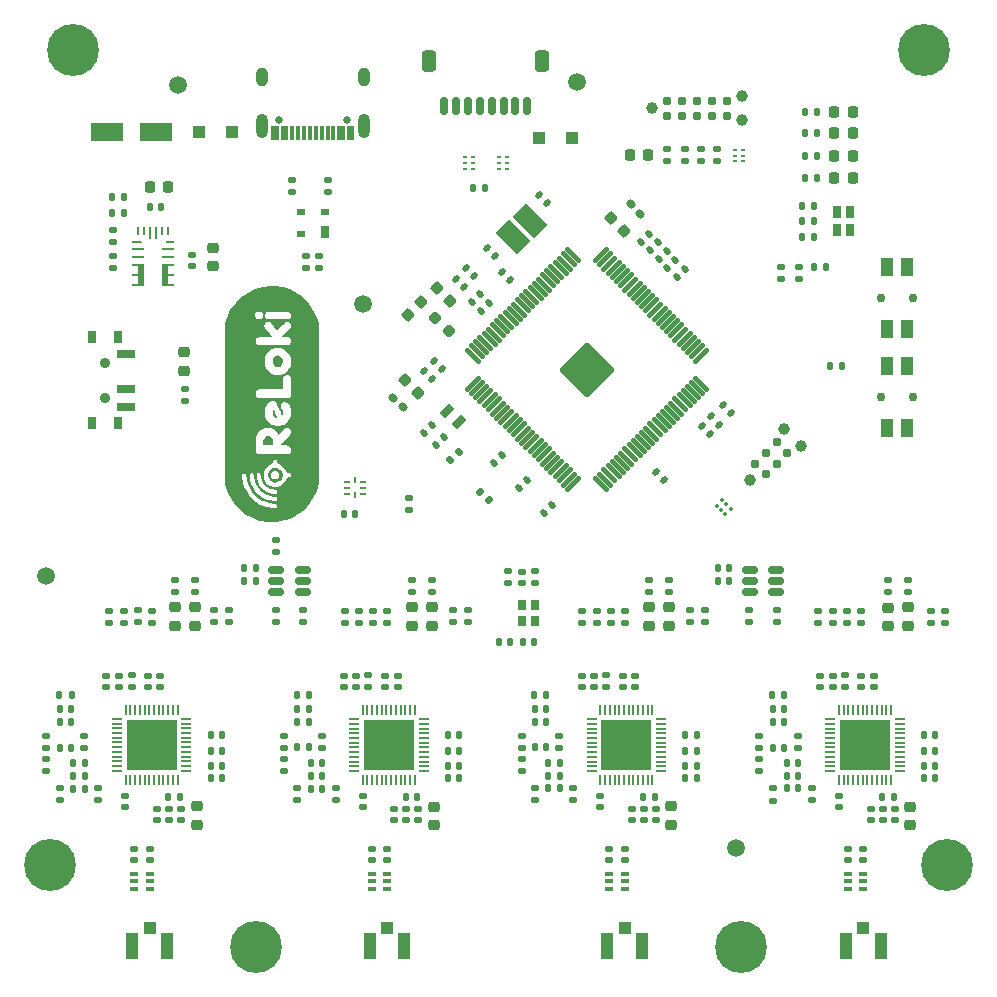
<source format=gbr>
G04 #@! TF.GenerationSoftware,KiCad,Pcbnew,(6.0.10-0)*
G04 #@! TF.CreationDate,2023-01-04T10:37:38-05:00*
G04 #@! TF.ProjectId,ReLoki_ECAD,52654c6f-6b69-45f4-9543-41442e6b6963,0.2.1*
G04 #@! TF.SameCoordinates,Original*
G04 #@! TF.FileFunction,Soldermask,Top*
G04 #@! TF.FilePolarity,Negative*
%FSLAX46Y46*%
G04 Gerber Fmt 4.6, Leading zero omitted, Abs format (unit mm)*
G04 Created by KiCad (PCBNEW (6.0.10-0)) date 2023-01-04 10:37:38*
%MOMM*%
%LPD*%
G01*
G04 APERTURE LIST*
G04 Aperture macros list*
%AMRoundRect*
0 Rectangle with rounded corners*
0 $1 Rounding radius*
0 $2 $3 $4 $5 $6 $7 $8 $9 X,Y pos of 4 corners*
0 Add a 4 corners polygon primitive as box body*
4,1,4,$2,$3,$4,$5,$6,$7,$8,$9,$2,$3,0*
0 Add four circle primitives for the rounded corners*
1,1,$1+$1,$2,$3*
1,1,$1+$1,$4,$5*
1,1,$1+$1,$6,$7*
1,1,$1+$1,$8,$9*
0 Add four rect primitives between the rounded corners*
20,1,$1+$1,$2,$3,$4,$5,0*
20,1,$1+$1,$4,$5,$6,$7,0*
20,1,$1+$1,$6,$7,$8,$9,0*
20,1,$1+$1,$8,$9,$2,$3,0*%
%AMRotRect*
0 Rectangle, with rotation*
0 The origin of the aperture is its center*
0 $1 length*
0 $2 width*
0 $3 Rotation angle, in degrees counterclockwise*
0 Add horizontal line*
21,1,$1,$2,0,0,$3*%
%AMOutline5P*
0 Free polygon, 5 corners , with rotation*
0 The origin of the aperture is its center*
0 number of corners: always 5*
0 $1 to $10 corner X, Y*
0 $11 Rotation angle, in degrees counterclockwise*
0 create outline with 5 corners*
4,1,5,$1,$2,$3,$4,$5,$6,$7,$8,$9,$10,$1,$2,$11*%
%AMOutline6P*
0 Free polygon, 6 corners , with rotation*
0 The origin of the aperture is its center*
0 number of corners: always 6*
0 $1 to $12 corner X, Y*
0 $13 Rotation angle, in degrees counterclockwise*
0 create outline with 6 corners*
4,1,6,$1,$2,$3,$4,$5,$6,$7,$8,$9,$10,$11,$12,$1,$2,$13*%
%AMOutline7P*
0 Free polygon, 7 corners , with rotation*
0 The origin of the aperture is its center*
0 number of corners: always 7*
0 $1 to $14 corner X, Y*
0 $15 Rotation angle, in degrees counterclockwise*
0 create outline with 7 corners*
4,1,7,$1,$2,$3,$4,$5,$6,$7,$8,$9,$10,$11,$12,$13,$14,$1,$2,$15*%
%AMOutline8P*
0 Free polygon, 8 corners , with rotation*
0 The origin of the aperture is its center*
0 number of corners: always 8*
0 $1 to $16 corner X, Y*
0 $17 Rotation angle, in degrees counterclockwise*
0 create outline with 8 corners*
4,1,8,$1,$2,$3,$4,$5,$6,$7,$8,$9,$10,$11,$12,$13,$14,$15,$16,$1,$2,$17*%
G04 Aperture macros list end*
%ADD10RoundRect,0.135000X-0.185000X0.135000X-0.185000X-0.135000X0.185000X-0.135000X0.185000X0.135000X0*%
%ADD11RoundRect,0.140000X-0.140000X-0.170000X0.140000X-0.170000X0.140000X0.170000X-0.140000X0.170000X0*%
%ADD12RoundRect,0.135000X-0.226274X-0.035355X-0.035355X-0.226274X0.226274X0.035355X0.035355X0.226274X0*%
%ADD13RoundRect,0.125000X0.459619X0.565685X-0.565685X-0.459619X-0.459619X-0.565685X0.565685X0.459619X0*%
%ADD14RoundRect,0.125000X-0.459619X0.565685X-0.565685X0.459619X0.459619X-0.565685X0.565685X-0.459619X0*%
%ADD15C,0.700000*%
%ADD16RoundRect,0.100000X0.000000X2.269813X-2.269813X0.000000X0.000000X-2.269813X2.269813X0.000000X0*%
%ADD17RoundRect,0.140000X-0.170000X0.140000X-0.170000X-0.140000X0.170000X-0.140000X0.170000X0.140000X0*%
%ADD18RoundRect,0.140000X0.170000X-0.140000X0.170000X0.140000X-0.170000X0.140000X-0.170000X-0.140000X0*%
%ADD19RoundRect,0.135000X0.185000X-0.135000X0.185000X0.135000X-0.185000X0.135000X-0.185000X-0.135000X0*%
%ADD20RoundRect,0.135000X0.135000X0.185000X-0.135000X0.185000X-0.135000X-0.185000X0.135000X-0.185000X0*%
%ADD21RoundRect,0.218750X-0.256250X0.218750X-0.256250X-0.218750X0.256250X-0.218750X0.256250X0.218750X0*%
%ADD22RoundRect,0.140000X0.021213X-0.219203X0.219203X-0.021213X-0.021213X0.219203X-0.219203X0.021213X0*%
%ADD23RoundRect,0.140000X-0.021213X0.219203X-0.219203X0.021213X0.021213X-0.219203X0.219203X-0.021213X0*%
%ADD24RoundRect,0.140000X0.140000X0.170000X-0.140000X0.170000X-0.140000X-0.170000X0.140000X-0.170000X0*%
%ADD25RoundRect,0.140000X0.219203X0.021213X0.021213X0.219203X-0.219203X-0.021213X-0.021213X-0.219203X0*%
%ADD26R,0.700000X1.000000*%
%ADD27R,0.700000X0.600000*%
%ADD28RoundRect,0.225000X0.250000X-0.225000X0.250000X0.225000X-0.250000X0.225000X-0.250000X-0.225000X0*%
%ADD29R,0.330000X0.270000*%
%ADD30RotRect,0.600000X1.100000X135.000000*%
%ADD31C,0.650000*%
%ADD32R,0.300000X1.150000*%
%ADD33O,1.000000X1.600000*%
%ADD34O,1.000000X2.100000*%
%ADD35RoundRect,0.225000X-0.250000X0.225000X-0.250000X-0.225000X0.250000X-0.225000X0.250000X0.225000X0*%
%ADD36RoundRect,0.218750X-0.218750X-0.256250X0.218750X-0.256250X0.218750X0.256250X-0.218750X0.256250X0*%
%ADD37R,0.800000X1.000000*%
%ADD38C,0.900000*%
%ADD39R,1.500000X0.700000*%
%ADD40C,0.750000*%
%ADD41R,1.000000X1.550000*%
%ADD42RoundRect,0.050000X-0.375000X-0.050000X0.375000X-0.050000X0.375000X0.050000X-0.375000X0.050000X0*%
%ADD43RoundRect,0.050000X-0.050000X-0.375000X0.050000X-0.375000X0.050000X0.375000X-0.050000X0.375000X0*%
%ADD44R,4.200000X4.200000*%
%ADD45RoundRect,0.140000X-0.219203X-0.021213X-0.021213X-0.219203X0.219203X0.021213X0.021213X0.219203X0*%
%ADD46RoundRect,0.135000X-0.135000X-0.185000X0.135000X-0.185000X0.135000X0.185000X-0.135000X0.185000X0*%
%ADD47RoundRect,0.050000X0.225000X0.075000X-0.225000X0.075000X-0.225000X-0.075000X0.225000X-0.075000X0*%
%ADD48RoundRect,0.040000X0.235000X0.060000X-0.235000X0.060000X-0.235000X-0.060000X0.235000X-0.060000X0*%
%ADD49RoundRect,0.050000X-0.075000X0.225000X-0.075000X-0.225000X0.075000X-0.225000X0.075000X0.225000X0*%
%ADD50RoundRect,0.050000X-0.225000X-0.075000X0.225000X-0.075000X0.225000X0.075000X-0.225000X0.075000X0*%
%ADD51RoundRect,0.040000X-0.235000X-0.060000X0.235000X-0.060000X0.235000X0.060000X-0.235000X0.060000X0*%
%ADD52RoundRect,0.050000X0.075000X-0.225000X0.075000X0.225000X-0.075000X0.225000X-0.075000X-0.225000X0*%
%ADD53RoundRect,0.160000X-0.270468X0.044194X0.044194X-0.270468X0.270468X-0.044194X-0.044194X0.270468X0*%
%ADD54RoundRect,0.218750X0.256250X-0.218750X0.256250X0.218750X-0.256250X0.218750X-0.256250X-0.218750X0*%
%ADD55R,0.800000X0.300000*%
%ADD56RoundRect,0.225000X0.225000X0.250000X-0.225000X0.250000X-0.225000X-0.250000X0.225000X-0.250000X0*%
%ADD57R,1.100000X1.100000*%
%ADD58R,1.000000X1.050000*%
%ADD59R,1.050000X2.200000*%
%ADD60C,1.500000*%
%ADD61RoundRect,0.250000X1.137500X0.550000X-1.137500X0.550000X-1.137500X-0.550000X1.137500X-0.550000X0*%
%ADD62RoundRect,0.135000X-0.035355X0.226274X-0.226274X0.035355X0.035355X-0.226274X0.226274X-0.035355X0*%
%ADD63C,4.400000*%
%ADD64RoundRect,0.225000X-0.017678X0.335876X-0.335876X0.017678X0.017678X-0.335876X0.335876X-0.017678X0*%
%ADD65C,0.991000*%
%ADD66C,0.787000*%
%ADD67RoundRect,0.150000X0.150000X0.625000X-0.150000X0.625000X-0.150000X-0.625000X0.150000X-0.625000X0*%
%ADD68RoundRect,0.250000X0.350000X0.650000X-0.350000X0.650000X-0.350000X-0.650000X0.350000X-0.650000X0*%
%ADD69RoundRect,0.225000X0.335876X0.017678X0.017678X0.335876X-0.335876X-0.017678X-0.017678X-0.335876X0*%
%ADD70RotRect,0.330000X0.270000X225.000000*%
%ADD71R,0.800000X0.900000*%
%ADD72RoundRect,0.218750X0.335876X0.026517X0.026517X0.335876X-0.335876X-0.026517X-0.026517X-0.335876X0*%
%ADD73Outline5P,-0.400000X0.125000X0.275000X0.125000X0.400000X0.000000X0.400000X-0.125000X-0.400000X-0.125000X0.000000*%
%ADD74R,1.100000X0.250000*%
%ADD75R,0.600000X1.950000*%
%ADD76R,0.700000X0.250000*%
%ADD77R,0.250000X0.700000*%
%ADD78R,0.250000X1.100000*%
%ADD79RotRect,1.600000X2.600000X45.000000*%
%ADD80RoundRect,0.150000X0.512500X0.150000X-0.512500X0.150000X-0.512500X-0.150000X0.512500X-0.150000X0*%
%ADD81RoundRect,0.225000X-0.225000X-0.250000X0.225000X-0.250000X0.225000X0.250000X-0.225000X0.250000X0*%
G04 APERTURE END LIST*
G04 #@! TO.C,G\u002A\u002A\u002A*
G36*
X84402750Y-89754560D02*
G01*
X84228918Y-89730159D01*
X84067466Y-89659717D01*
X83928995Y-89548121D01*
X83824108Y-89400259D01*
X83763405Y-89221020D01*
X83758638Y-89190783D01*
X83761020Y-89131100D01*
X84030747Y-89131100D01*
X84052402Y-89254038D01*
X84119536Y-89359830D01*
X84226962Y-89436642D01*
X84369494Y-89472636D01*
X84404365Y-89473902D01*
X84494945Y-89460920D01*
X84576230Y-89413533D01*
X84633081Y-89361498D01*
X84700492Y-89288037D01*
X84730501Y-89227625D01*
X84733663Y-89151332D01*
X84728636Y-89099609D01*
X84702770Y-88982151D01*
X84647236Y-88895317D01*
X84612542Y-88861448D01*
X84486386Y-88784590D01*
X84354709Y-88769788D01*
X84225102Y-88816723D01*
X84144617Y-88881129D01*
X84059757Y-89002852D01*
X84030747Y-89131100D01*
X83761020Y-89131100D01*
X83765492Y-89019070D01*
X83825413Y-88855515D01*
X83928092Y-88710495D01*
X84063220Y-88594384D01*
X84220492Y-88517557D01*
X84389597Y-88490390D01*
X84450296Y-88494617D01*
X84640847Y-88550443D01*
X84802802Y-88658610D01*
X84924765Y-88811051D01*
X84941461Y-88842307D01*
X85009715Y-89031813D01*
X85017355Y-89209852D01*
X84964500Y-89384302D01*
X84950063Y-89413118D01*
X84875277Y-89520723D01*
X84777737Y-89620283D01*
X84745152Y-89645680D01*
X84578362Y-89728029D01*
X84404365Y-89754316D01*
X84402750Y-89754560D01*
G37*
G36*
X83946205Y-85839750D02*
G01*
X84068739Y-85929654D01*
X84122945Y-85997336D01*
X84161842Y-86066624D01*
X84184129Y-86143902D01*
X84193944Y-86249549D01*
X84195608Y-86355403D01*
X84195608Y-86605646D01*
X83367001Y-86605646D01*
X83367761Y-86438331D01*
X83380173Y-86239705D01*
X83418238Y-86087935D01*
X83486285Y-85969810D01*
X83540131Y-85912484D01*
X83670948Y-85829570D01*
X83809957Y-85805857D01*
X83946205Y-85839750D01*
G37*
G36*
X84244264Y-83557968D02*
G01*
X84287871Y-83612421D01*
X84344121Y-83720884D01*
X84410728Y-83874227D01*
X84476658Y-84036407D01*
X84518698Y-84149043D01*
X84538790Y-84220860D01*
X84538874Y-84260583D01*
X84520891Y-84276938D01*
X84500814Y-84279172D01*
X84438868Y-84255772D01*
X84358755Y-84196420D01*
X84278850Y-84117387D01*
X84217529Y-84034946D01*
X84210398Y-84022002D01*
X84180358Y-83925731D01*
X84165159Y-83800145D01*
X84166821Y-83676661D01*
X84183083Y-83596584D01*
X84210326Y-83553899D01*
X84244264Y-83557968D01*
G37*
G36*
X84115935Y-93088741D02*
G01*
X83824163Y-93083549D01*
X83574715Y-93065821D01*
X83346857Y-93032326D01*
X83119856Y-92979833D01*
X82872979Y-92905112D01*
X82816673Y-92886296D01*
X82368512Y-92701855D01*
X81946234Y-92463086D01*
X81555130Y-92175280D01*
X81200492Y-91843728D01*
X80887613Y-91473718D01*
X80621783Y-91070541D01*
X80408296Y-90639488D01*
X80311672Y-90382183D01*
X80287339Y-90310909D01*
X80264939Y-90247288D01*
X80244393Y-90188577D01*
X80225621Y-90132035D01*
X80208543Y-90074917D01*
X80193080Y-90014480D01*
X80179151Y-89947982D01*
X80166678Y-89872678D01*
X80155581Y-89785827D01*
X80145781Y-89684684D01*
X80137197Y-89566507D01*
X80129750Y-89428552D01*
X80123361Y-89268076D01*
X80119800Y-89145865D01*
X81587379Y-89145865D01*
X81592583Y-89249624D01*
X81598887Y-89325569D01*
X81665656Y-89744200D01*
X81788700Y-90140118D01*
X81964257Y-90508593D01*
X82188564Y-90844894D01*
X82457858Y-91144291D01*
X82768379Y-91402054D01*
X83116362Y-91613452D01*
X83498047Y-91773755D01*
X83562571Y-91794524D01*
X83706926Y-91832044D01*
X83872985Y-91864211D01*
X84045090Y-91889229D01*
X84207585Y-91905300D01*
X84344811Y-91910629D01*
X84441112Y-91903418D01*
X84461925Y-91897724D01*
X84533291Y-91841558D01*
X84562844Y-91756770D01*
X84548760Y-91664373D01*
X84489213Y-91585379D01*
X84489059Y-91585257D01*
X84429506Y-91562554D01*
X84332715Y-91548128D01*
X84315503Y-91547413D01*
X84267515Y-91545420D01*
X83987706Y-91518353D01*
X83680487Y-91438132D01*
X83351289Y-91306233D01*
X83304533Y-91284101D01*
X83152957Y-91208184D01*
X83034310Y-91139391D01*
X82930005Y-91064248D01*
X82821457Y-90969280D01*
X82690081Y-90841016D01*
X82681585Y-90832487D01*
X82425416Y-90539788D01*
X82228791Y-90233294D01*
X82087741Y-89904545D01*
X81998293Y-89545080D01*
X81967782Y-89311561D01*
X81959010Y-89233685D01*
X82219699Y-89233685D01*
X82249606Y-89540823D01*
X82335463Y-89852063D01*
X82471472Y-90155695D01*
X82651838Y-90440008D01*
X82870763Y-90693293D01*
X83000502Y-90810997D01*
X83156842Y-90922349D01*
X83352011Y-91034569D01*
X83562383Y-91135796D01*
X83764332Y-91214169D01*
X83859707Y-91242343D01*
X84012489Y-91272365D01*
X84169223Y-91288560D01*
X84315503Y-91291088D01*
X84436921Y-91280112D01*
X84519071Y-91255793D01*
X84543620Y-91234693D01*
X84575117Y-91131947D01*
X84543587Y-91038147D01*
X84514303Y-91003639D01*
X84436228Y-90956378D01*
X84356887Y-90945304D01*
X84319177Y-90940041D01*
X84303784Y-90939900D01*
X84046526Y-90911578D01*
X83778798Y-90830912D01*
X83514748Y-90704352D01*
X83268525Y-90538347D01*
X83106072Y-90393860D01*
X82911033Y-90159304D01*
X82754178Y-89891862D01*
X82641808Y-89606125D01*
X82580226Y-89316687D01*
X82570888Y-89163513D01*
X82808597Y-89163513D01*
X82820348Y-89328440D01*
X82822842Y-89345057D01*
X82901726Y-89662382D01*
X83032187Y-89945866D01*
X83209866Y-90191337D01*
X83430408Y-90394626D01*
X83689455Y-90551561D01*
X83982650Y-90657972D01*
X84242852Y-90704334D01*
X84356887Y-90713225D01*
X84428232Y-90708390D01*
X84477124Y-90686252D01*
X84510311Y-90657066D01*
X84568403Y-90566809D01*
X84568608Y-90477502D01*
X84532086Y-90420454D01*
X84478914Y-90393124D01*
X84382710Y-90364837D01*
X84373181Y-90362968D01*
X84263809Y-90341513D01*
X84257876Y-90340620D01*
X83980938Y-90270151D01*
X83735696Y-90148840D01*
X83527657Y-89982277D01*
X83362328Y-89776053D01*
X83245219Y-89535759D01*
X83181836Y-89266988D01*
X83179401Y-89245824D01*
X83159390Y-89109318D01*
X83129327Y-89024846D01*
X83103046Y-89000940D01*
X83404623Y-89000940D01*
X83405374Y-89180518D01*
X83427639Y-89360224D01*
X83469164Y-89514120D01*
X83489637Y-89560657D01*
X83632069Y-89775664D01*
X83811003Y-89939932D01*
X84022165Y-90050799D01*
X84261282Y-90105601D01*
X84373181Y-90111267D01*
X84597203Y-90096033D01*
X84782173Y-90045474D01*
X84946242Y-89952390D01*
X85090819Y-89826514D01*
X85215963Y-89685429D01*
X85296285Y-89552917D01*
X85324434Y-89481555D01*
X85358510Y-89386037D01*
X85389526Y-89336336D01*
X85433638Y-89317494D01*
X85504820Y-89314555D01*
X85622260Y-89292627D01*
X85710432Y-89234242D01*
X85754686Y-89150497D01*
X85757214Y-89123338D01*
X85735585Y-89053960D01*
X85693475Y-88995860D01*
X85597402Y-88943071D01*
X85529943Y-88934682D01*
X85509350Y-88932121D01*
X85445303Y-88929280D01*
X85401892Y-88912233D01*
X85366081Y-88868195D01*
X85324838Y-88784381D01*
X85299124Y-88725900D01*
X85172128Y-88510293D01*
X84998007Y-88337326D01*
X84777809Y-88207897D01*
X84633814Y-88154478D01*
X84594685Y-88121806D01*
X84579004Y-88046571D01*
X84578043Y-88008905D01*
X84556107Y-87880243D01*
X84514303Y-87816688D01*
X84424068Y-87758391D01*
X84337834Y-87758571D01*
X84264645Y-87812166D01*
X84213544Y-87914113D01*
X84197513Y-87994045D01*
X84182487Y-88088318D01*
X84157309Y-88138693D01*
X84108982Y-88164945D01*
X84079753Y-88173253D01*
X83910654Y-88245447D01*
X83746243Y-88366302D01*
X83600453Y-88521411D01*
X83487217Y-88696369D01*
X83427641Y-88847433D01*
X83404623Y-89000940D01*
X83103046Y-89000940D01*
X83080821Y-88980723D01*
X83005479Y-88965267D01*
X82977334Y-88964478D01*
X82885675Y-88985019D01*
X82829901Y-89050201D01*
X82808597Y-89163513D01*
X82570888Y-89163513D01*
X82570263Y-89153256D01*
X82549593Y-89040017D01*
X82487069Y-88974645D01*
X82394981Y-88956023D01*
X82307924Y-88969647D01*
X82253803Y-89017013D01*
X82226472Y-89107857D01*
X82219699Y-89233685D01*
X81959010Y-89233685D01*
X81953070Y-89180958D01*
X81936136Y-89074593D01*
X81919745Y-89008444D01*
X81913125Y-88995895D01*
X81824877Y-88949134D01*
X81724529Y-88951340D01*
X81645762Y-88996145D01*
X81611609Y-89035706D01*
X81592934Y-89080086D01*
X81587379Y-89145865D01*
X80119800Y-89145865D01*
X80117949Y-89082337D01*
X80113436Y-88868591D01*
X80109742Y-88624094D01*
X80106787Y-88346104D01*
X80104491Y-88031878D01*
X80102775Y-87678672D01*
X80101560Y-87283744D01*
X80101292Y-87135503D01*
X82729611Y-87135503D01*
X82827312Y-87229107D01*
X82925013Y-87322710D01*
X85529943Y-87322710D01*
X85627644Y-87229107D01*
X85688336Y-87161104D01*
X85716921Y-87091886D01*
X85724357Y-86992554D01*
X85724331Y-86974151D01*
X85716382Y-86870862D01*
X85697307Y-86789700D01*
X85684494Y-86764994D01*
X85626222Y-86702375D01*
X85562288Y-86659878D01*
X85478059Y-86632726D01*
X85358902Y-86616140D01*
X85196495Y-86605646D01*
X84868285Y-86589712D01*
X85296121Y-86095734D01*
X85439996Y-85929176D01*
X85547369Y-85802604D01*
X85623593Y-85707929D01*
X85674017Y-85637064D01*
X85703992Y-85581920D01*
X85718868Y-85534409D01*
X85723995Y-85486443D01*
X85724651Y-85447925D01*
X85717512Y-85340740D01*
X85687194Y-85265388D01*
X85632188Y-85200936D01*
X85560503Y-85141368D01*
X85484243Y-85114035D01*
X85381291Y-85107779D01*
X85286307Y-85112225D01*
X85219533Y-85133650D01*
X85155731Y-85184180D01*
X85099453Y-85243225D01*
X85012139Y-85342730D01*
X84911095Y-85463938D01*
X84834124Y-85560341D01*
X84692892Y-85742011D01*
X84617344Y-85608145D01*
X84609912Y-85597639D01*
X84479347Y-85413064D01*
X84311904Y-85257030D01*
X84211543Y-85192856D01*
X84132524Y-85157401D01*
X84044772Y-85136292D01*
X83928941Y-85126323D01*
X83797239Y-85124215D01*
X83647357Y-85126960D01*
X83538290Y-85138012D01*
X83447237Y-85161675D01*
X83351402Y-85202255D01*
X83330579Y-85212327D01*
X83132804Y-85341117D01*
X82958436Y-85516388D01*
X82823732Y-85721283D01*
X82807311Y-85754903D01*
X82780363Y-85816131D01*
X82760537Y-85874478D01*
X82746739Y-85940877D01*
X82737874Y-86026264D01*
X82732849Y-86141572D01*
X82730567Y-86297735D01*
X82729936Y-86505688D01*
X82729922Y-86527977D01*
X82729611Y-87135503D01*
X80101292Y-87135503D01*
X80100765Y-86844349D01*
X80100312Y-86357746D01*
X80100120Y-85821190D01*
X80100110Y-85231939D01*
X80100202Y-84587249D01*
X80100318Y-83884378D01*
X80100323Y-83816975D01*
X83494040Y-83816975D01*
X83512921Y-84037672D01*
X83559726Y-84235927D01*
X83601274Y-84336032D01*
X83746979Y-84553814D01*
X83936326Y-84732840D01*
X84127154Y-84848108D01*
X84225035Y-84889721D01*
X84315599Y-84915108D01*
X84420482Y-84928052D01*
X84561322Y-84932335D01*
X84609912Y-84932497D01*
X84764629Y-84929954D01*
X84877359Y-84919805D01*
X84969739Y-84898266D01*
X85063406Y-84861555D01*
X85092670Y-84848108D01*
X85310810Y-84711641D01*
X85494714Y-84526802D01*
X85635673Y-84303620D01*
X85697257Y-84151694D01*
X85707614Y-84086123D01*
X85714103Y-83975231D01*
X85715927Y-83837361D01*
X85714564Y-83753325D01*
X85707784Y-83594256D01*
X85695247Y-83479475D01*
X85673231Y-83389561D01*
X85638015Y-83305097D01*
X85622952Y-83275282D01*
X85529943Y-83124659D01*
X85517718Y-83104861D01*
X85407608Y-82993271D01*
X85286640Y-82935616D01*
X85194791Y-82924718D01*
X85093292Y-82932771D01*
X85021830Y-82966503D01*
X84957862Y-83028797D01*
X84881441Y-83150363D01*
X84866767Y-83277563D01*
X84913863Y-83414380D01*
X84960477Y-83487492D01*
X85024121Y-83592049D01*
X85051200Y-83693680D01*
X85054956Y-83782009D01*
X85046423Y-83884971D01*
X85025780Y-83977612D01*
X84998300Y-84045864D01*
X84969258Y-84075658D01*
X84949302Y-84063788D01*
X84931660Y-84024736D01*
X84895086Y-83936382D01*
X84843668Y-83808861D01*
X84781498Y-83652306D01*
X84719278Y-83493799D01*
X84648901Y-83317452D01*
X84582864Y-83159128D01*
X84525871Y-83029557D01*
X84482621Y-82939467D01*
X84459728Y-82901439D01*
X84368613Y-82844626D01*
X84239270Y-82823275D01*
X84087908Y-82839692D01*
X84065237Y-82845306D01*
X83922038Y-82911375D01*
X83781998Y-83025133D01*
X83659324Y-83171495D01*
X83568220Y-83335374D01*
X83545360Y-83397419D01*
X83504410Y-83596127D01*
X83494040Y-83816975D01*
X80100323Y-83816975D01*
X80100376Y-83120582D01*
X80100376Y-82231466D01*
X82729611Y-82231466D01*
X82736551Y-82337167D01*
X82765302Y-82410229D01*
X82827312Y-82480550D01*
X82925013Y-82574153D01*
X85529943Y-82574153D01*
X85627644Y-82480550D01*
X85725345Y-82386946D01*
X85725345Y-80811061D01*
X85627291Y-80728555D01*
X85507689Y-80660381D01*
X85406650Y-80646048D01*
X85274497Y-80672016D01*
X85186008Y-80728555D01*
X85087955Y-80811061D01*
X85087955Y-81857089D01*
X84034678Y-81857089D01*
X83737860Y-81857510D01*
X83498165Y-81858957D01*
X83308980Y-81861707D01*
X83163692Y-81866039D01*
X83055690Y-81872231D01*
X82978360Y-81880559D01*
X82925092Y-81891301D01*
X82889272Y-81904736D01*
X82888321Y-81905223D01*
X82800446Y-81967589D01*
X82750612Y-82052276D01*
X82730877Y-82175606D01*
X82729611Y-82231466D01*
X80100376Y-82231466D01*
X80100376Y-79352636D01*
X83497614Y-79352636D01*
X83499635Y-79502091D01*
X83501283Y-79546550D01*
X83510260Y-79707027D01*
X83524855Y-79823832D01*
X83549167Y-79917014D01*
X83587300Y-80006622D01*
X83600932Y-80033648D01*
X83747140Y-80251679D01*
X83936702Y-80430731D01*
X84127154Y-80545724D01*
X84225035Y-80587337D01*
X84315599Y-80612724D01*
X84420482Y-80625668D01*
X84561322Y-80629951D01*
X84609912Y-80630113D01*
X84764629Y-80627570D01*
X84877359Y-80617421D01*
X84969739Y-80595882D01*
X85063406Y-80559171D01*
X85092670Y-80545724D01*
X85308382Y-80410784D01*
X85491395Y-80228559D01*
X85630786Y-80011669D01*
X85695543Y-79849310D01*
X85717773Y-79724219D01*
X85725270Y-79560450D01*
X85719050Y-79381090D01*
X85700128Y-79209223D01*
X85669521Y-79067935D01*
X85659893Y-79039375D01*
X85571516Y-78870718D01*
X85560191Y-78849106D01*
X85413656Y-78669183D01*
X85236678Y-78518057D01*
X85146861Y-78461790D01*
X85068903Y-78420757D01*
X85000945Y-78393718D01*
X84926478Y-78377770D01*
X84828996Y-78370011D01*
X84691991Y-78367539D01*
X84609912Y-78367378D01*
X84448822Y-78368377D01*
X84334956Y-78373308D01*
X84251806Y-78385074D01*
X84182865Y-78406577D01*
X84111627Y-78440721D01*
X84072963Y-78461790D01*
X83882368Y-78596966D01*
X83716538Y-78771394D01*
X83591656Y-78966744D01*
X83556979Y-79046146D01*
X83523970Y-79145478D01*
X83504954Y-79240703D01*
X83497614Y-79352636D01*
X80100376Y-79352636D01*
X80100376Y-77704403D01*
X82729533Y-77704403D01*
X82737790Y-77839252D01*
X82783703Y-77959705D01*
X82806525Y-77991134D01*
X82883440Y-78080552D01*
X85571516Y-78080552D01*
X85648430Y-77991134D01*
X85706472Y-77881073D01*
X85726876Y-77746770D01*
X85706604Y-77617517D01*
X85690910Y-77581782D01*
X85619520Y-77508273D01*
X85495356Y-77458709D01*
X85315770Y-77432318D01*
X85160685Y-77427215D01*
X84880803Y-77427202D01*
X85303767Y-77020878D01*
X85726731Y-76614555D01*
X85726038Y-76449553D01*
X85706312Y-76309805D01*
X85645604Y-76216501D01*
X85539548Y-76165538D01*
X85409799Y-76152447D01*
X85353476Y-76153818D01*
X85305769Y-76162269D01*
X85257562Y-76184303D01*
X85199736Y-76226425D01*
X85123175Y-76295140D01*
X85018760Y-76396953D01*
X84898417Y-76517262D01*
X84774603Y-76639127D01*
X84665838Y-76741842D01*
X84593418Y-76806348D01*
X84580146Y-76818170D01*
X84525552Y-76860877D01*
X84510408Y-76867103D01*
X84483596Y-76836412D01*
X84428799Y-76764149D01*
X84354129Y-76661278D01*
X84272011Y-76544948D01*
X84181702Y-76417542D01*
X84099191Y-76304962D01*
X84034246Y-76220305D01*
X83999247Y-76179172D01*
X83917437Y-76135778D01*
X83804847Y-76121254D01*
X83687799Y-76136150D01*
X83606511Y-76170992D01*
X83532802Y-76251468D01*
X83485000Y-76364581D01*
X83474122Y-76480995D01*
X83479172Y-76510100D01*
X83505094Y-76560384D01*
X83564272Y-76649683D01*
X83649443Y-76767808D01*
X83753341Y-76904572D01*
X83828021Y-76999319D01*
X84157484Y-77411292D01*
X83547123Y-77427227D01*
X83312707Y-77434525D01*
X83133476Y-77443738D01*
X83038890Y-77452903D01*
X83000877Y-77456586D01*
X82906357Y-77474791D01*
X82841362Y-77500076D01*
X82797340Y-77534161D01*
X82765736Y-77578768D01*
X82762211Y-77585210D01*
X82729533Y-77704403D01*
X80100376Y-77704403D01*
X80100376Y-76646424D01*
X80173879Y-76313910D01*
X80313699Y-75816276D01*
X80378665Y-75660092D01*
X82706027Y-75660092D01*
X82751584Y-75788572D01*
X82842852Y-75878968D01*
X82974656Y-75924512D01*
X83038890Y-75928652D01*
X83190953Y-75901885D01*
X83305891Y-75830058D01*
X83377366Y-75723533D01*
X83396463Y-75608220D01*
X83492782Y-75608220D01*
X83511778Y-75736077D01*
X83527293Y-75771778D01*
X83555553Y-75816397D01*
X83592032Y-75851758D01*
X83643916Y-75878925D01*
X83718394Y-75898959D01*
X83822652Y-75912923D01*
X83963877Y-75921880D01*
X84149257Y-75926890D01*
X84385977Y-75929018D01*
X84593418Y-75929360D01*
X84891712Y-75928395D01*
X85132436Y-75924264D01*
X85321746Y-75915111D01*
X85465798Y-75899082D01*
X85570748Y-75874320D01*
X85642752Y-75838972D01*
X85687965Y-75791182D01*
X85712544Y-75729095D01*
X85722644Y-75650856D01*
X85724376Y-75588540D01*
X85706514Y-75462347D01*
X85648430Y-75365454D01*
X85571516Y-75276035D01*
X83648308Y-75276035D01*
X83571394Y-75365454D01*
X83513738Y-75474690D01*
X83492782Y-75608220D01*
X83396463Y-75608220D01*
X83399037Y-75592675D01*
X83364566Y-75447847D01*
X83350736Y-75418810D01*
X83284895Y-75327771D01*
X83194734Y-75277722D01*
X83063995Y-75260390D01*
X83038764Y-75260101D01*
X82891601Y-75284682D01*
X82782980Y-75355276D01*
X82719343Y-75467158D01*
X82711354Y-75500293D01*
X82706027Y-75660092D01*
X80378665Y-75660092D01*
X80505786Y-75354479D01*
X80751537Y-74925949D01*
X81052349Y-74528120D01*
X81277155Y-74285687D01*
X81657450Y-73948924D01*
X82068004Y-73666914D01*
X82504594Y-73440805D01*
X82962997Y-73271743D01*
X83438991Y-73160875D01*
X83928352Y-73109349D01*
X84426856Y-73118311D01*
X84930282Y-73188908D01*
X85139660Y-73236577D01*
X85606773Y-73387172D01*
X86046357Y-73593129D01*
X86454895Y-73850765D01*
X86828870Y-74156400D01*
X87164766Y-74506352D01*
X87459066Y-74896939D01*
X87708253Y-75324480D01*
X87908811Y-75785294D01*
X88057222Y-76275699D01*
X88062020Y-76295860D01*
X88129573Y-76582685D01*
X88134502Y-82972522D01*
X88134931Y-83607038D01*
X88135233Y-84225083D01*
X88135410Y-84823595D01*
X88135466Y-85399509D01*
X88135405Y-85949763D01*
X88135228Y-86471292D01*
X88134940Y-86961033D01*
X88134545Y-87415923D01*
X88134045Y-87832898D01*
X88133444Y-88208894D01*
X88132746Y-88540848D01*
X88131953Y-88825696D01*
X88131069Y-89060375D01*
X88130098Y-89241821D01*
X88129042Y-89366971D01*
X88127906Y-89432761D01*
X88127394Y-89442033D01*
X88116910Y-89512454D01*
X88100617Y-89622998D01*
X88081897Y-89750714D01*
X88080434Y-89760728D01*
X87984218Y-90204096D01*
X87829074Y-90637723D01*
X87619733Y-91055093D01*
X87360923Y-91449696D01*
X87057375Y-91815018D01*
X86713818Y-92144547D01*
X86334981Y-92431769D01*
X85992547Y-92635791D01*
X85620995Y-92812229D01*
X85259857Y-92941637D01*
X84892183Y-93028104D01*
X84501028Y-93075721D01*
X84344811Y-93081003D01*
X84115935Y-93088741D01*
G37*
G36*
X84663604Y-78970139D02*
G01*
X84747638Y-79003325D01*
X84785200Y-79020706D01*
X84913303Y-79115839D01*
X85003586Y-79250502D01*
X85051734Y-79409999D01*
X85053432Y-79579637D01*
X85004365Y-79744722D01*
X85000264Y-79753066D01*
X84908599Y-79875800D01*
X84782799Y-79964770D01*
X84642766Y-80006946D01*
X84609912Y-80008658D01*
X84461103Y-79981431D01*
X84340289Y-79907235D01*
X84249459Y-79797293D01*
X84190606Y-79662829D01*
X84165721Y-79515066D01*
X84176796Y-79365230D01*
X84225821Y-79224544D01*
X84314789Y-79104233D01*
X84434624Y-79020706D01*
X84523569Y-78982012D01*
X84593013Y-78959387D01*
X84609912Y-78956964D01*
X84663604Y-78970139D01*
G37*
G04 #@! TD*
D10*
G04 #@! TO.C,R14*
X112799999Y-100599999D03*
X112799999Y-101619999D03*
G04 #@! TD*
D11*
G04 #@! TO.C,C81*
X119119999Y-111119999D03*
X120079999Y-111119999D03*
G04 #@! TD*
D12*
G04 #@! TO.C,R74*
X101739376Y-90539376D03*
X102460624Y-91260624D03*
G04 #@! TD*
D10*
G04 #@! TO.C,R54*
X100674999Y-100574999D03*
X100674999Y-101594999D03*
G04 #@! TD*
D13*
G04 #@! TO.C,U1*
X120469684Y-78999748D03*
X120116131Y-78646195D03*
X119762577Y-78292641D03*
X119409024Y-77939088D03*
X119055471Y-77585535D03*
X118701917Y-77231981D03*
X118348364Y-76878428D03*
X117994810Y-76524874D03*
X117641257Y-76171321D03*
X117287704Y-75817768D03*
X116934150Y-75464214D03*
X116580597Y-75110661D03*
X116227044Y-74757107D03*
X115873490Y-74403554D03*
X115519937Y-74050001D03*
X115166383Y-73696447D03*
X114812830Y-73342894D03*
X114459277Y-72989341D03*
X114105723Y-72635787D03*
X113752170Y-72282234D03*
X113398616Y-71928680D03*
X113045063Y-71575127D03*
X112691510Y-71221574D03*
X112337956Y-70868020D03*
X111984403Y-70514467D03*
D14*
X109615595Y-70514467D03*
X109262042Y-70868020D03*
X108908488Y-71221574D03*
X108554935Y-71575127D03*
X108201382Y-71928680D03*
X107847828Y-72282234D03*
X107494275Y-72635787D03*
X107140721Y-72989341D03*
X106787168Y-73342894D03*
X106433615Y-73696447D03*
X106080061Y-74050001D03*
X105726508Y-74403554D03*
X105372954Y-74757107D03*
X105019401Y-75110661D03*
X104665848Y-75464214D03*
X104312294Y-75817768D03*
X103958741Y-76171321D03*
X103605188Y-76524874D03*
X103251634Y-76878428D03*
X102898081Y-77231981D03*
X102544527Y-77585535D03*
X102190974Y-77939088D03*
X101837421Y-78292641D03*
X101483867Y-78646195D03*
X101130314Y-78999748D03*
D13*
X101130314Y-81368556D03*
X101483867Y-81722109D03*
X101837421Y-82075663D03*
X102190974Y-82429216D03*
X102544527Y-82782769D03*
X102898081Y-83136323D03*
X103251634Y-83489876D03*
X103605188Y-83843430D03*
X103958741Y-84196983D03*
X104312294Y-84550536D03*
X104665848Y-84904090D03*
X105019401Y-85257643D03*
X105372954Y-85611197D03*
X105726508Y-85964750D03*
X106080061Y-86318303D03*
X106433615Y-86671857D03*
X106787168Y-87025410D03*
X107140721Y-87378963D03*
X107494275Y-87732517D03*
X107847828Y-88086070D03*
X108201382Y-88439624D03*
X108554935Y-88793177D03*
X108908488Y-89146730D03*
X109262042Y-89500284D03*
X109615595Y-89853837D03*
D14*
X111984403Y-89853837D03*
X112337956Y-89500284D03*
X112691510Y-89146730D03*
X113045063Y-88793177D03*
X113398616Y-88439624D03*
X113752170Y-88086070D03*
X114105723Y-87732517D03*
X114459277Y-87378963D03*
X114812830Y-87025410D03*
X115166383Y-86671857D03*
X115519937Y-86318303D03*
X115873490Y-85964750D03*
X116227044Y-85611197D03*
X116580597Y-85257643D03*
X116934150Y-84904090D03*
X117287704Y-84550536D03*
X117641257Y-84196983D03*
X117994810Y-83843430D03*
X118348364Y-83489876D03*
X118701917Y-83136323D03*
X119055471Y-82782769D03*
X119409024Y-82429216D03*
X119762577Y-82075663D03*
X120116131Y-81722109D03*
X120469684Y-81368556D03*
D15*
X111507106Y-80891259D03*
X109385785Y-80184152D03*
X110799999Y-81598366D03*
X110092892Y-80891259D03*
D16*
X110799999Y-80184152D03*
D15*
X110092892Y-79477045D03*
X110799999Y-80184152D03*
X111507106Y-79477045D03*
X110799999Y-78769938D03*
X112214213Y-80184152D03*
G04 #@! TD*
D17*
G04 #@! TO.C,C65*
X116609999Y-117399999D03*
X116609999Y-118359999D03*
G04 #@! TD*
D18*
G04 #@! TO.C,C141*
X74674999Y-107069999D03*
X74674999Y-106109999D03*
G04 #@! TD*
D19*
G04 #@! TO.C,R76*
X104100000Y-98280000D03*
X104100000Y-97260000D03*
G04 #@! TD*
G04 #@! TO.C,R45*
X132649999Y-107084999D03*
X132649999Y-106064999D03*
G04 #@! TD*
D20*
G04 #@! TO.C,R30*
X129972500Y-68950000D03*
X128952500Y-68950000D03*
G04 #@! TD*
D10*
G04 #@! TO.C,R80*
X124537500Y-100550000D03*
X124537500Y-101570000D03*
G04 #@! TD*
D21*
G04 #@! TO.C,D13*
X97674999Y-100332499D03*
X97674999Y-101907499D03*
G04 #@! TD*
D20*
G04 #@! TO.C,R25*
X129972500Y-66350000D03*
X128952500Y-66350000D03*
G04 #@! TD*
D17*
G04 #@! TO.C,C127*
X74349999Y-117389999D03*
X74349999Y-118349999D03*
G04 #@! TD*
D21*
G04 #@! TO.C,D14*
X95974999Y-100332499D03*
X95974999Y-101907499D03*
G04 #@! TD*
D22*
G04 #@! TO.C,C17*
X117600000Y-71550000D03*
X118278822Y-70871178D03*
G04 #@! TD*
D19*
G04 #@! TO.C,R8*
X130374999Y-101619999D03*
X130374999Y-100599999D03*
G04 #@! TD*
D11*
G04 #@! TO.C,C102*
X95444999Y-116399999D03*
X96404999Y-116399999D03*
G04 #@! TD*
D21*
G04 #@! TO.C,D10*
X136249999Y-100344999D03*
X136249999Y-101919999D03*
G04 #@! TD*
D23*
G04 #@! TO.C,C28*
X105691455Y-89542696D03*
X105012633Y-90221518D03*
G04 #@! TD*
D20*
G04 #@! TO.C,R2*
X130282500Y-60200000D03*
X129262500Y-60200000D03*
G04 #@! TD*
D19*
G04 #@! TO.C,R63*
X68224999Y-112204999D03*
X68224999Y-111184999D03*
G04 #@! TD*
D24*
G04 #@! TO.C,C149*
X122817500Y-96950000D03*
X121857500Y-96950000D03*
G04 #@! TD*
D20*
G04 #@! TO.C,R50*
X107344999Y-107759999D03*
X106324999Y-107759999D03*
G04 #@! TD*
D10*
G04 #@! TO.C,R46*
X120749999Y-100569999D03*
X120749999Y-101589999D03*
G04 #@! TD*
D11*
G04 #@! TO.C,C73*
X119119999Y-114799999D03*
X120079999Y-114799999D03*
G04 #@! TD*
G04 #@! TO.C,C134*
X78919999Y-113759999D03*
X79879999Y-113759999D03*
G04 #@! TD*
D25*
G04 #@! TO.C,C151*
X104250000Y-72600000D03*
X103571178Y-71921178D03*
G04 #@! TD*
D26*
G04 #@! TO.C,D18*
X88570000Y-68510228D03*
D27*
X88570000Y-66810228D03*
X86570000Y-66810228D03*
X86570000Y-68710228D03*
G04 #@! TD*
D19*
G04 #@! TO.C,R57*
X86274999Y-116669999D03*
X86274999Y-115649999D03*
G04 #@! TD*
D28*
G04 #@! TO.C,C11*
X79149999Y-71449999D03*
X79149999Y-69899999D03*
G04 #@! TD*
D29*
G04 #@! TO.C,D20*
X101100000Y-63210228D03*
X101100000Y-62710228D03*
X101100000Y-62210228D03*
X100420000Y-62210228D03*
X100420000Y-62710228D03*
X100420000Y-63210228D03*
G04 #@! TD*
D30*
G04 #@! TO.C,Y2*
X99939411Y-84660589D03*
X98949461Y-83670639D03*
G04 #@! TD*
D18*
G04 #@! TO.C,C146*
X105250000Y-98250000D03*
X105250000Y-97290000D03*
G04 #@! TD*
D22*
G04 #@! TO.C,C29*
X115400000Y-69350000D03*
X116078822Y-68671178D03*
G04 #@! TD*
D11*
G04 #@! TO.C,C130*
X75344999Y-116399999D03*
X76304999Y-116399999D03*
G04 #@! TD*
D10*
G04 #@! TO.C,R37*
X76724999Y-81799999D03*
X76724999Y-82819999D03*
G04 #@! TD*
D31*
G04 #@! TO.C,J7*
X84680000Y-59095228D03*
X90460000Y-59095228D03*
D32*
X90920000Y-60160228D03*
X90120000Y-60160228D03*
X88820000Y-60160228D03*
X87820000Y-60160228D03*
X87320000Y-60160228D03*
X86320000Y-60160228D03*
X85020000Y-60160228D03*
X84220000Y-60160228D03*
X84520000Y-60160228D03*
X85320000Y-60160228D03*
X85820000Y-60160228D03*
X86820000Y-60160228D03*
X88320000Y-60160228D03*
X89320000Y-60160228D03*
X89820000Y-60160228D03*
X90620000Y-60160228D03*
D33*
X83250000Y-55415228D03*
D34*
X91890000Y-59595228D03*
X83250000Y-59595228D03*
D33*
X91890000Y-55415228D03*
G04 #@! TD*
D35*
G04 #@! TO.C,C117*
X77749999Y-117159999D03*
X77749999Y-118709999D03*
G04 #@! TD*
D36*
G04 #@! TO.C,D2*
X131725000Y-60200000D03*
X133300000Y-60200000D03*
G04 #@! TD*
D22*
G04 #@! TO.C,C9*
X98010589Y-86589411D03*
X98689411Y-85910589D03*
G04 #@! TD*
D37*
G04 #@! TO.C,SW3*
X71079999Y-84749999D03*
X68869999Y-84749999D03*
D38*
X69969999Y-82599999D03*
X69969999Y-79599999D03*
D37*
X68869999Y-77449999D03*
X71079999Y-77449999D03*
D39*
X71729999Y-78849999D03*
X71729999Y-81849999D03*
X71729999Y-83349999D03*
G04 #@! TD*
D36*
G04 #@! TO.C,D4*
X131725000Y-64000000D03*
X133300000Y-64000000D03*
G04 #@! TD*
D19*
G04 #@! TO.C,R43*
X137949999Y-98989999D03*
X137949999Y-97969999D03*
G04 #@! TD*
G04 #@! TO.C,R47*
X108449999Y-112209999D03*
X108449999Y-111189999D03*
G04 #@! TD*
D40*
G04 #@! TO.C,SW2*
X135674999Y-74099999D03*
X138424999Y-74099999D03*
D41*
X137899999Y-76724999D03*
X137899999Y-71474999D03*
X136199999Y-76724999D03*
X136199999Y-71474999D03*
G04 #@! TD*
D21*
G04 #@! TO.C,D16*
X75874999Y-100332499D03*
X75874999Y-101907499D03*
G04 #@! TD*
D24*
G04 #@! TO.C,C88*
X87224999Y-112159999D03*
X86264999Y-112159999D03*
G04 #@! TD*
D10*
G04 #@! TO.C,R73*
X87010000Y-70600228D03*
X87010000Y-71620228D03*
G04 #@! TD*
D42*
G04 #@! TO.C,U5*
X111174999Y-109784999D03*
X111174999Y-110184999D03*
X111174999Y-110584999D03*
X111174999Y-110984999D03*
X111174999Y-111384999D03*
X111174999Y-111784999D03*
X111174999Y-112184999D03*
X111174999Y-112584999D03*
X111174999Y-112984999D03*
X111174999Y-113384999D03*
X111174999Y-113784999D03*
X111174999Y-114184999D03*
D43*
X111924999Y-114934999D03*
X112324999Y-114934999D03*
X112724999Y-114934999D03*
X113124999Y-114934999D03*
X113524999Y-114934999D03*
X113924999Y-114934999D03*
X114324999Y-114934999D03*
X114724999Y-114934999D03*
X115124999Y-114934999D03*
X115524999Y-114934999D03*
X115924999Y-114934999D03*
X116324999Y-114934999D03*
D42*
X117074999Y-114184999D03*
X117074999Y-113784999D03*
X117074999Y-113384999D03*
X117074999Y-112984999D03*
X117074999Y-112584999D03*
X117074999Y-112184999D03*
X117074999Y-111784999D03*
X117074999Y-111384999D03*
X117074999Y-110984999D03*
X117074999Y-110584999D03*
X117074999Y-110184999D03*
X117074999Y-109784999D03*
D43*
X116324999Y-109034999D03*
X115924999Y-109034999D03*
X115524999Y-109034999D03*
X115124999Y-109034999D03*
X114724999Y-109034999D03*
X114324999Y-109034999D03*
X113924999Y-109034999D03*
X113524999Y-109034999D03*
X113124999Y-109034999D03*
X112724999Y-109034999D03*
X112324999Y-109034999D03*
X111924999Y-109034999D03*
D44*
X114124999Y-111984999D03*
G04 #@! TD*
D10*
G04 #@! TO.C,R15*
X92649999Y-100589999D03*
X92649999Y-101609999D03*
G04 #@! TD*
D17*
G04 #@! TO.C,C86*
X113974999Y-120749999D03*
X113974999Y-121709999D03*
G04 #@! TD*
D45*
G04 #@! TO.C,C150*
X121260589Y-84160589D03*
X121939411Y-84839411D03*
G04 #@! TD*
D46*
G04 #@! TO.C,R23*
X131389999Y-79850000D03*
X132409999Y-79850000D03*
G04 #@! TD*
D47*
G04 #@! TO.C,U12*
X91825000Y-90700000D03*
D48*
X91825000Y-90200000D03*
D47*
X91825000Y-89700000D03*
D49*
X91150000Y-89550000D03*
D50*
X90475000Y-89700000D03*
D51*
X90475000Y-90200000D03*
D50*
X90475000Y-90700000D03*
D52*
X91150000Y-90850000D03*
G04 #@! TD*
D53*
G04 #@! TO.C,L1*
X114497225Y-66204788D03*
X115306863Y-67014426D03*
G04 #@! TD*
D19*
G04 #@! TO.C,R60*
X95974999Y-98989999D03*
X95974999Y-97969999D03*
G04 #@! TD*
D24*
G04 #@! TO.C,C100*
X88384999Y-114559999D03*
X87424999Y-114559999D03*
G04 #@! TD*
D18*
G04 #@! TO.C,C68*
X109599999Y-116594999D03*
X109599999Y-115634999D03*
G04 #@! TD*
D11*
G04 #@! TO.C,C109*
X99019999Y-111119999D03*
X99979999Y-111119999D03*
G04 #@! TD*
G04 #@! TO.C,C69*
X119114999Y-112499999D03*
X120074999Y-112499999D03*
G04 #@! TD*
D17*
G04 #@! TO.C,C114*
X93849999Y-120749999D03*
X93849999Y-121709999D03*
G04 #@! TD*
D35*
G04 #@! TO.C,C61*
X117924999Y-117159999D03*
X117924999Y-118709999D03*
G04 #@! TD*
D20*
G04 #@! TO.C,R66*
X67144999Y-107759999D03*
X66124999Y-107759999D03*
G04 #@! TD*
D29*
G04 #@! TO.C,D6*
X123969999Y-62565229D03*
X123969999Y-62065229D03*
X123969999Y-61565229D03*
X123289999Y-61565229D03*
X123289999Y-62065229D03*
X123289999Y-62565229D03*
G04 #@! TD*
D17*
G04 #@! TO.C,C93*
X96499999Y-117399999D03*
X96499999Y-118359999D03*
G04 #@! TD*
G04 #@! TO.C,C59*
X132875000Y-120749999D03*
X132875000Y-121709999D03*
G04 #@! TD*
D11*
G04 #@! TO.C,C98*
X87414999Y-115659999D03*
X88374999Y-115659999D03*
G04 #@! TD*
D54*
G04 #@! TO.C,D8*
X76699999Y-80297499D03*
X76699999Y-78722499D03*
G04 #@! TD*
D55*
G04 #@! TO.C,U4*
X134175000Y-124159999D03*
X134175000Y-123509999D03*
X134175000Y-122859999D03*
X132875000Y-122859999D03*
X132875000Y-123509999D03*
X132875000Y-124159999D03*
G04 #@! TD*
D24*
G04 #@! TO.C,C32*
X127494999Y-112214999D03*
X126534999Y-112214999D03*
G04 #@! TD*
D10*
G04 #@! TO.C,R70*
X88820000Y-64150228D03*
X88820000Y-65170228D03*
G04 #@! TD*
D18*
G04 #@! TO.C,C38*
X131599999Y-107064999D03*
X131599999Y-106104999D03*
G04 #@! TD*
D19*
G04 #@! TO.C,R35*
X70649999Y-71570000D03*
X70649999Y-70550000D03*
G04 #@! TD*
G04 #@! TO.C,R39*
X128649999Y-112209999D03*
X128649999Y-111189999D03*
G04 #@! TD*
D56*
G04 #@! TO.C,C1*
X115949999Y-62020228D03*
X114399999Y-62020228D03*
G04 #@! TD*
D18*
G04 #@! TO.C,C84*
X110324999Y-107054999D03*
X110324999Y-106094999D03*
G04 #@! TD*
D57*
G04 #@! TO.C,D17*
X77920000Y-60110228D03*
X80720000Y-60110228D03*
G04 #@! TD*
D58*
G04 #@! TO.C,J6*
X73774999Y-127459999D03*
D59*
X75249999Y-128984999D03*
X72299999Y-128984999D03*
G04 #@! TD*
D24*
G04 #@! TO.C,C107*
X87229999Y-110009999D03*
X86269999Y-110009999D03*
G04 #@! TD*
G04 #@! TO.C,C72*
X108479999Y-114559999D03*
X107519999Y-114559999D03*
G04 #@! TD*
G04 #@! TO.C,C51*
X127479999Y-110009999D03*
X126519999Y-110009999D03*
G04 #@! TD*
D20*
G04 #@! TO.C,R42*
X127499999Y-107759999D03*
X126479999Y-107759999D03*
G04 #@! TD*
D21*
G04 #@! TO.C,D12*
X116074999Y-100332499D03*
X116074999Y-101907499D03*
G04 #@! TD*
D55*
G04 #@! TO.C,U8*
X93849999Y-124159999D03*
X93849999Y-123509999D03*
X93849999Y-122859999D03*
X92549999Y-122859999D03*
X92549999Y-123509999D03*
X92549999Y-124159999D03*
G04 #@! TD*
D24*
G04 #@! TO.C,C54*
X128679999Y-113459999D03*
X127719999Y-113459999D03*
G04 #@! TD*
D11*
G04 #@! TO.C,C78*
X119114999Y-113769999D03*
X120074999Y-113769999D03*
G04 #@! TD*
G04 #@! TO.C,C97*
X99019999Y-112499999D03*
X99979999Y-112499999D03*
G04 #@! TD*
D17*
G04 #@! TO.C,C120*
X65024999Y-113179999D03*
X65024999Y-114139999D03*
G04 #@! TD*
G04 #@! TO.C,C115*
X92549999Y-120749999D03*
X92549999Y-121709999D03*
G04 #@! TD*
D18*
G04 #@! TO.C,C113*
X94749999Y-107084999D03*
X94749999Y-106124999D03*
G04 #@! TD*
D58*
G04 #@! TO.C,J4*
X113974998Y-127459999D03*
D59*
X112499998Y-128984999D03*
X115449998Y-128984999D03*
G04 #@! TD*
D10*
G04 #@! TO.C,R22*
X93849999Y-100589999D03*
X93849999Y-101609999D03*
G04 #@! TD*
D24*
G04 #@! TO.C,C48*
X127479999Y-108909999D03*
X126519999Y-108909999D03*
G04 #@! TD*
D22*
G04 #@! TO.C,C16*
X101052044Y-74439411D03*
X101730866Y-73760589D03*
G04 #@! TD*
D18*
G04 #@! TO.C,C105*
X93674999Y-107069999D03*
X93674999Y-106109999D03*
G04 #@! TD*
D17*
G04 #@! TO.C,C92*
X85124999Y-113179999D03*
X85124999Y-114139999D03*
G04 #@! TD*
D19*
G04 #@! TO.C,R78*
X84450000Y-95660000D03*
X84450000Y-94640000D03*
G04 #@! TD*
D18*
G04 #@! TO.C,C124*
X69399999Y-116589999D03*
X69399999Y-115629999D03*
G04 #@! TD*
D19*
G04 #@! TO.C,R32*
X128700000Y-72510000D03*
X128700000Y-71490000D03*
G04 #@! TD*
D55*
G04 #@! TO.C,U10*
X73774999Y-124159999D03*
X73774999Y-123509999D03*
X73774999Y-122859999D03*
X72474999Y-122859999D03*
X72474999Y-123509999D03*
X72474999Y-124159999D03*
G04 #@! TD*
D11*
G04 #@! TO.C,C74*
X115569999Y-116409999D03*
X116529999Y-116409999D03*
G04 #@! TD*
D24*
G04 #@! TO.C,C135*
X67104999Y-110009999D03*
X66144999Y-110009999D03*
G04 #@! TD*
D60*
G04 #@! TO.C,FID3*
X76199999Y-56060228D03*
G04 #@! TD*
D25*
G04 #@! TO.C,C22*
X100352044Y-73182107D03*
X99673222Y-72503285D03*
G04 #@! TD*
D10*
G04 #@! TO.C,R18*
X110399999Y-100589999D03*
X110399999Y-101609999D03*
G04 #@! TD*
D19*
G04 #@! TO.C,R41*
X126539999Y-116674999D03*
X126539999Y-115654999D03*
G04 #@! TD*
D10*
G04 #@! TO.C,R29*
X121800000Y-61510229D03*
X121800000Y-62530229D03*
G04 #@! TD*
D21*
G04 #@! TO.C,D9*
X137949999Y-100332499D03*
X137949999Y-101907499D03*
G04 #@! TD*
D17*
G04 #@! TO.C,C62*
X111924999Y-116284999D03*
X111924999Y-117244999D03*
G04 #@! TD*
D45*
G04 #@! TO.C,C30*
X116602044Y-88842696D03*
X117280866Y-89521518D03*
G04 #@! TD*
D42*
G04 #@! TO.C,U7*
X91049999Y-109784999D03*
X91049999Y-110184999D03*
X91049999Y-110584999D03*
X91049999Y-110984999D03*
X91049999Y-111384999D03*
X91049999Y-111784999D03*
X91049999Y-112184999D03*
X91049999Y-112584999D03*
X91049999Y-112984999D03*
X91049999Y-113384999D03*
X91049999Y-113784999D03*
X91049999Y-114184999D03*
D43*
X91799999Y-114934999D03*
X92199999Y-114934999D03*
X92599999Y-114934999D03*
X92999999Y-114934999D03*
X93399999Y-114934999D03*
X93799999Y-114934999D03*
X94199999Y-114934999D03*
X94599999Y-114934999D03*
X94999999Y-114934999D03*
X95399999Y-114934999D03*
X95799999Y-114934999D03*
X96199999Y-114934999D03*
D42*
X96949999Y-114184999D03*
X96949999Y-113784999D03*
X96949999Y-113384999D03*
X96949999Y-112984999D03*
X96949999Y-112584999D03*
X96949999Y-112184999D03*
X96949999Y-111784999D03*
X96949999Y-111384999D03*
X96949999Y-110984999D03*
X96949999Y-110584999D03*
X96949999Y-110184999D03*
X96949999Y-109784999D03*
D43*
X96199999Y-109034999D03*
X95799999Y-109034999D03*
X95399999Y-109034999D03*
X94999999Y-109034999D03*
X94599999Y-109034999D03*
X94199999Y-109034999D03*
X93799999Y-109034999D03*
X93399999Y-109034999D03*
X92999999Y-109034999D03*
X92599999Y-109034999D03*
X92199999Y-109034999D03*
X91799999Y-109034999D03*
D44*
X93999999Y-111984999D03*
G04 #@! TD*
D24*
G04 #@! TO.C,C60*
X107329999Y-112159999D03*
X106369999Y-112159999D03*
G04 #@! TD*
D61*
G04 #@! TO.C,C3*
X74312499Y-60110000D03*
X70187499Y-60110000D03*
G04 #@! TD*
D19*
G04 #@! TO.C,R68*
X75874999Y-98989999D03*
X75874999Y-97969999D03*
G04 #@! TD*
D57*
G04 #@! TO.C,D19*
X109500000Y-60560229D03*
X106700000Y-60560229D03*
G04 #@! TD*
D11*
G04 #@! TO.C,C53*
X139329999Y-111119999D03*
X140289999Y-111119999D03*
G04 #@! TD*
D58*
G04 #@! TO.C,J3*
X134175000Y-127459999D03*
D59*
X135650000Y-128984999D03*
X132700000Y-128984999D03*
G04 #@! TD*
D10*
G04 #@! TO.C,R28*
X120439999Y-61510229D03*
X120439999Y-62530229D03*
G04 #@! TD*
D62*
G04 #@! TO.C,R75*
X99910624Y-87139376D03*
X99189376Y-87860624D03*
G04 #@! TD*
D10*
G04 #@! TO.C,R72*
X88120000Y-70600228D03*
X88120000Y-71620228D03*
G04 #@! TD*
D24*
G04 #@! TO.C,C79*
X107334999Y-110009999D03*
X106374999Y-110009999D03*
G04 #@! TD*
D18*
G04 #@! TO.C,C56*
X130549999Y-107064999D03*
X130549999Y-106104999D03*
G04 #@! TD*
D24*
G04 #@! TO.C,C148*
X91150000Y-92400000D03*
X90190000Y-92400000D03*
G04 #@! TD*
D10*
G04 #@! TO.C,R81*
X86750000Y-100550000D03*
X86750000Y-101570000D03*
G04 #@! TD*
D19*
G04 #@! TO.C,R4*
X70349999Y-101609999D03*
X70349999Y-100589999D03*
G04 #@! TD*
D24*
G04 #@! TO.C,C144*
X104260000Y-103250000D03*
X103300000Y-103250000D03*
G04 #@! TD*
D11*
G04 #@! TO.C,C42*
X127729999Y-115654999D03*
X128689999Y-115654999D03*
G04 #@! TD*
D22*
G04 #@! TO.C,C21*
X101852044Y-75239411D03*
X102530866Y-74560589D03*
G04 #@! TD*
D19*
G04 #@! TO.C,R52*
X116074999Y-98989999D03*
X116074999Y-97969999D03*
G04 #@! TD*
D10*
G04 #@! TO.C,R20*
X72749999Y-100579999D03*
X72749999Y-101599999D03*
G04 #@! TD*
D60*
G04 #@! TO.C,FID8*
X91799999Y-74599999D03*
G04 #@! TD*
D10*
G04 #@! TO.C,R71*
X85820000Y-64150228D03*
X85820000Y-65170228D03*
G04 #@! TD*
D11*
G04 #@! TO.C,C129*
X78919999Y-114799999D03*
X79879999Y-114799999D03*
G04 #@! TD*
D19*
G04 #@! TO.C,R3*
X73949999Y-101609999D03*
X73949999Y-100589999D03*
G04 #@! TD*
D63*
G04 #@! TO.C,H5*
X82800000Y-129100000D03*
G04 #@! TD*
D11*
G04 #@! TO.C,C126*
X67294999Y-115659999D03*
X68254999Y-115659999D03*
G04 #@! TD*
D60*
G04 #@! TO.C,FID1*
X109970000Y-55860228D03*
G04 #@! TD*
D11*
G04 #@! TO.C,C125*
X78924999Y-112499999D03*
X79884999Y-112499999D03*
G04 #@! TD*
D19*
G04 #@! TO.C,R49*
X106399999Y-116669999D03*
X106399999Y-115649999D03*
G04 #@! TD*
D17*
G04 #@! TO.C,C95*
X95474999Y-117399999D03*
X95474999Y-118359999D03*
G04 #@! TD*
D24*
G04 #@! TO.C,C104*
X87229999Y-108884999D03*
X86269999Y-108884999D03*
G04 #@! TD*
D19*
G04 #@! TO.C,R61*
X92274999Y-107084999D03*
X92274999Y-106064999D03*
G04 #@! TD*
D64*
G04 #@! TO.C,C147*
X96752044Y-74482107D03*
X95656028Y-75578123D03*
G04 #@! TD*
D17*
G04 #@! TO.C,C91*
X85124999Y-111249999D03*
X85124999Y-112209999D03*
G04 #@! TD*
D19*
G04 #@! TO.C,R6*
X132799999Y-101629999D03*
X132799999Y-100609999D03*
G04 #@! TD*
D17*
G04 #@! TO.C,C43*
X134849999Y-117389999D03*
X134849999Y-118349999D03*
G04 #@! TD*
G04 #@! TO.C,C5*
X127199999Y-71520000D03*
X127199999Y-72480000D03*
G04 #@! TD*
D24*
G04 #@! TO.C,C138*
X68259999Y-113459999D03*
X67299999Y-113459999D03*
G04 #@! TD*
D20*
G04 #@! TO.C,R21*
X102120000Y-64785228D03*
X101100000Y-64785228D03*
G04 #@! TD*
D11*
G04 #@! TO.C,C50*
X139319999Y-113769999D03*
X140279999Y-113769999D03*
G04 #@! TD*
D17*
G04 #@! TO.C,C34*
X132124999Y-116284999D03*
X132124999Y-117244999D03*
G04 #@! TD*
G04 #@! TO.C,C90*
X91799999Y-116284999D03*
X91799999Y-117244999D03*
G04 #@! TD*
D24*
G04 #@! TO.C,C154*
X82730000Y-98110000D03*
X81770000Y-98110000D03*
G04 #@! TD*
D11*
G04 #@! TO.C,C41*
X139329999Y-112499999D03*
X140289999Y-112499999D03*
G04 #@! TD*
D10*
G04 #@! TO.C,R40*
X139899999Y-100589999D03*
X139899999Y-101609999D03*
G04 #@! TD*
D65*
G04 #@! TO.C,J2*
X124603948Y-89496050D03*
X127478337Y-85186234D03*
X128913764Y-86621661D03*
D66*
X125950986Y-89047037D03*
X126849012Y-88149012D03*
X127747037Y-87250986D03*
X126849012Y-86352961D03*
X125950986Y-87250986D03*
X125052961Y-88149012D03*
G04 #@! TD*
D22*
G04 #@! TO.C,C23*
X116125000Y-70075000D03*
X116803822Y-69396178D03*
G04 #@! TD*
D20*
G04 #@! TO.C,R31*
X131059999Y-71509999D03*
X130039999Y-71509999D03*
G04 #@! TD*
D25*
G04 #@! TO.C,C25*
X101252044Y-72282107D03*
X100573222Y-71603285D03*
G04 #@! TD*
D10*
G04 #@! TO.C,R62*
X80474999Y-100574999D03*
X80474999Y-101594999D03*
G04 #@! TD*
G04 #@! TO.C,R27*
X119099999Y-61490000D03*
X119099999Y-62510000D03*
G04 #@! TD*
D19*
G04 #@! TO.C,R11*
X90274999Y-101609999D03*
X90274999Y-100589999D03*
G04 #@! TD*
D67*
G04 #@! TO.C,J8*
X105720000Y-57905228D03*
X104720000Y-57905228D03*
X103720000Y-57905228D03*
X102720000Y-57905228D03*
X101720000Y-57905228D03*
X100720000Y-57905228D03*
X99720000Y-57905228D03*
X98720000Y-57905228D03*
D68*
X97420000Y-54030228D03*
X107020000Y-54030228D03*
G04 #@! TD*
D22*
G04 #@! TO.C,C8*
X97000000Y-85600000D03*
X97678822Y-84921178D03*
G04 #@! TD*
D20*
G04 #@! TO.C,R58*
X87259999Y-107759999D03*
X86239999Y-107759999D03*
G04 #@! TD*
D18*
G04 #@! TO.C,C66*
X111374999Y-107054999D03*
X111374999Y-106094999D03*
G04 #@! TD*
G04 #@! TO.C,C77*
X113799999Y-107064999D03*
X113799999Y-106104999D03*
G04 #@! TD*
D17*
G04 #@! TO.C,C143*
X72474999Y-120749999D03*
X72474999Y-121709999D03*
G04 #@! TD*
D40*
G04 #@! TO.C,SW1*
X135674999Y-82499999D03*
X138424999Y-82499999D03*
D41*
X137899999Y-79874999D03*
X137899999Y-85124999D03*
X136199999Y-85124999D03*
X136199999Y-79874999D03*
G04 #@! TD*
D17*
G04 #@! TO.C,C99*
X94449999Y-117399999D03*
X94449999Y-118359999D03*
G04 #@! TD*
D19*
G04 #@! TO.C,R65*
X66174999Y-116644999D03*
X66174999Y-115624999D03*
G04 #@! TD*
D45*
G04 #@! TO.C,C26*
X122262633Y-83167696D03*
X122941455Y-83846518D03*
G04 #@! TD*
D19*
G04 #@! TO.C,R7*
X131574999Y-101629999D03*
X131574999Y-100609999D03*
G04 #@! TD*
D11*
G04 #@! TO.C,C145*
X105340000Y-103250000D03*
X106300000Y-103250000D03*
G04 #@! TD*
D18*
G04 #@! TO.C,C122*
X71174999Y-107059999D03*
X71174999Y-106099999D03*
G04 #@! TD*
D24*
G04 #@! TO.C,C128*
X68259999Y-114559999D03*
X67299999Y-114559999D03*
G04 #@! TD*
D45*
G04 #@! TO.C,C6*
X106730329Y-65421178D03*
X107409151Y-66100000D03*
G04 #@! TD*
D60*
G04 #@! TO.C,FID2*
X123400000Y-120700000D03*
G04 #@! TD*
D69*
G04 #@! TO.C,C27*
X99212633Y-74342696D03*
X98116617Y-73246680D03*
G04 #@! TD*
D10*
G04 #@! TO.C,R79*
X126837500Y-100550000D03*
X126837500Y-101570000D03*
G04 #@! TD*
D55*
G04 #@! TO.C,U6*
X113974999Y-124159999D03*
X113974999Y-123509999D03*
X113974999Y-122859999D03*
X112674999Y-122859999D03*
X112674999Y-123509999D03*
X112674999Y-124159999D03*
G04 #@! TD*
D35*
G04 #@! TO.C,C89*
X97824999Y-117184999D03*
X97824999Y-118734999D03*
G04 #@! TD*
D42*
G04 #@! TO.C,U9*
X70974999Y-109759999D03*
X70974999Y-110159999D03*
X70974999Y-110559999D03*
X70974999Y-110959999D03*
X70974999Y-111359999D03*
X70974999Y-111759999D03*
X70974999Y-112159999D03*
X70974999Y-112559999D03*
X70974999Y-112959999D03*
X70974999Y-113359999D03*
X70974999Y-113759999D03*
X70974999Y-114159999D03*
D43*
X71724999Y-114909999D03*
X72124999Y-114909999D03*
X72524999Y-114909999D03*
X72924999Y-114909999D03*
X73324999Y-114909999D03*
X73724999Y-114909999D03*
X74124999Y-114909999D03*
X74524999Y-114909999D03*
X74924999Y-114909999D03*
X75324999Y-114909999D03*
X75724999Y-114909999D03*
X76124999Y-114909999D03*
D42*
X76874999Y-114159999D03*
X76874999Y-113759999D03*
X76874999Y-113359999D03*
X76874999Y-112959999D03*
X76874999Y-112559999D03*
X76874999Y-112159999D03*
X76874999Y-111759999D03*
X76874999Y-111359999D03*
X76874999Y-110959999D03*
X76874999Y-110559999D03*
X76874999Y-110159999D03*
X76874999Y-109759999D03*
D43*
X76124999Y-109009999D03*
X75724999Y-109009999D03*
X75324999Y-109009999D03*
X74924999Y-109009999D03*
X74524999Y-109009999D03*
X74124999Y-109009999D03*
X73724999Y-109009999D03*
X73324999Y-109009999D03*
X72924999Y-109009999D03*
X72524999Y-109009999D03*
X72124999Y-109009999D03*
X71724999Y-109009999D03*
D44*
X73924999Y-111959999D03*
G04 #@! TD*
D20*
G04 #@! TO.C,R1*
X130282500Y-58350000D03*
X129262500Y-58350000D03*
G04 #@! TD*
D29*
G04 #@! TO.C,D21*
X103370000Y-62210228D03*
X103370000Y-62710228D03*
X103370000Y-63210228D03*
X104050000Y-63210228D03*
X104050000Y-62710228D03*
X104050000Y-62210228D03*
G04 #@! TD*
D24*
G04 #@! TO.C,C153*
X122817500Y-98110000D03*
X121857500Y-98110000D03*
G04 #@! TD*
D11*
G04 #@! TO.C,C137*
X78919999Y-111119999D03*
X79879999Y-111119999D03*
G04 #@! TD*
D19*
G04 #@! TO.C,R9*
X71549999Y-101609999D03*
X71549999Y-100589999D03*
G04 #@! TD*
D11*
G04 #@! TO.C,C46*
X135799999Y-116399999D03*
X136759999Y-116399999D03*
G04 #@! TD*
D15*
G04 #@! TO.C,H1*
X68466726Y-54266726D03*
X66133274Y-51933274D03*
X67300000Y-51450000D03*
X67300000Y-54750000D03*
X65650000Y-53100000D03*
X66133274Y-54266726D03*
D63*
X67300000Y-53100000D03*
D15*
X68466726Y-51933274D03*
X68950000Y-53100000D03*
G04 #@! TD*
D60*
G04 #@! TO.C,FID5*
X65000000Y-97650000D03*
G04 #@! TD*
D20*
G04 #@! TO.C,R34*
X71559999Y-66949999D03*
X70539999Y-66949999D03*
G04 #@! TD*
D19*
G04 #@! TO.C,R24*
X117599999Y-62550229D03*
X117599999Y-61530229D03*
G04 #@! TD*
D18*
G04 #@! TO.C,C133*
X73624999Y-107069999D03*
X73624999Y-106109999D03*
G04 #@! TD*
D24*
G04 #@! TO.C,C132*
X67104999Y-108884999D03*
X66144999Y-108884999D03*
G04 #@! TD*
D19*
G04 #@! TO.C,R67*
X77574999Y-98989999D03*
X77574999Y-97969999D03*
G04 #@! TD*
D22*
G04 #@! TO.C,C19*
X116885589Y-70839411D03*
X117564411Y-70160589D03*
G04 #@! TD*
D21*
G04 #@! TO.C,D15*
X77574999Y-100332499D03*
X77574999Y-101907499D03*
G04 #@! TD*
D10*
G04 #@! TO.C,R16*
X113999999Y-100609999D03*
X113999999Y-101629999D03*
G04 #@! TD*
D70*
G04 #@! TO.C,D5*
X122943970Y-91963137D03*
X122590416Y-91609584D03*
X122236863Y-91256030D03*
X121756030Y-91736863D03*
X122109584Y-92090416D03*
X122463137Y-92443970D03*
G04 #@! TD*
D18*
G04 #@! TO.C,C10*
X77349999Y-71450000D03*
X77349999Y-70490000D03*
G04 #@! TD*
D24*
G04 #@! TO.C,C44*
X128679999Y-114559999D03*
X127719999Y-114559999D03*
G04 #@! TD*
D71*
G04 #@! TO.C,U11*
X106350000Y-101500000D03*
X106350000Y-100100000D03*
X105250000Y-100100000D03*
X105250000Y-101500000D03*
G04 #@! TD*
D53*
G04 #@! TO.C,L2*
X94395181Y-82579334D03*
X95204819Y-83388972D03*
G04 #@! TD*
D37*
G04 #@! TO.C,D7*
X133062500Y-66850000D03*
X133062500Y-68350000D03*
X131962500Y-68350000D03*
X131962500Y-66850000D03*
G04 #@! TD*
D72*
G04 #@! TO.C,L3*
X99065738Y-76895801D03*
X97952044Y-75782107D03*
G04 #@! TD*
D10*
G04 #@! TO.C,R38*
X141099999Y-100599999D03*
X141099999Y-101619999D03*
G04 #@! TD*
D23*
G04 #@! TO.C,C20*
X103552044Y-87382107D03*
X102873222Y-88060929D03*
G04 #@! TD*
D42*
G04 #@! TO.C,U3*
X131374999Y-109784999D03*
X131374999Y-110184999D03*
X131374999Y-110584999D03*
X131374999Y-110984999D03*
X131374999Y-111384999D03*
X131374999Y-111784999D03*
X131374999Y-112184999D03*
X131374999Y-112584999D03*
X131374999Y-112984999D03*
X131374999Y-113384999D03*
X131374999Y-113784999D03*
X131374999Y-114184999D03*
D43*
X132124999Y-114934999D03*
X132524999Y-114934999D03*
X132924999Y-114934999D03*
X133324999Y-114934999D03*
X133724999Y-114934999D03*
X134124999Y-114934999D03*
X134524999Y-114934999D03*
X134924999Y-114934999D03*
X135324999Y-114934999D03*
X135724999Y-114934999D03*
X136124999Y-114934999D03*
X136524999Y-114934999D03*
D42*
X137274999Y-114184999D03*
X137274999Y-113784999D03*
X137274999Y-113384999D03*
X137274999Y-112984999D03*
X137274999Y-112584999D03*
X137274999Y-112184999D03*
X137274999Y-111784999D03*
X137274999Y-111384999D03*
X137274999Y-110984999D03*
X137274999Y-110584999D03*
X137274999Y-110184999D03*
X137274999Y-109784999D03*
D43*
X136524999Y-109034999D03*
X136124999Y-109034999D03*
X135724999Y-109034999D03*
X135324999Y-109034999D03*
X134924999Y-109034999D03*
X134524999Y-109034999D03*
X134124999Y-109034999D03*
X133724999Y-109034999D03*
X133324999Y-109034999D03*
X132924999Y-109034999D03*
X132524999Y-109034999D03*
X132124999Y-109034999D03*
D44*
X134324999Y-111984999D03*
G04 #@! TD*
D35*
G04 #@! TO.C,C33*
X138149999Y-117184999D03*
X138149999Y-118734999D03*
G04 #@! TD*
D10*
G04 #@! TO.C,R64*
X79224999Y-100569999D03*
X79224999Y-101589999D03*
G04 #@! TD*
G04 #@! TO.C,R17*
X91449999Y-100589999D03*
X91449999Y-101609999D03*
G04 #@! TD*
D18*
G04 #@! TO.C,C49*
X133999999Y-107064999D03*
X133999999Y-106104999D03*
G04 #@! TD*
D19*
G04 #@! TO.C,R44*
X136249999Y-98989999D03*
X136249999Y-97969999D03*
G04 #@! TD*
D10*
G04 #@! TO.C,R10*
X95750000Y-91090000D03*
X95750000Y-92110000D03*
G04 #@! TD*
D17*
G04 #@! TO.C,C71*
X114589999Y-117399999D03*
X114589999Y-118359999D03*
G04 #@! TD*
D19*
G04 #@! TO.C,R59*
X97674999Y-98989999D03*
X97674999Y-97969999D03*
G04 #@! TD*
D17*
G04 #@! TO.C,C121*
X76399999Y-117389999D03*
X76399999Y-118349999D03*
G04 #@! TD*
D20*
G04 #@! TO.C,R26*
X129972500Y-67650000D03*
X128952500Y-67650000D03*
G04 #@! TD*
D23*
G04 #@! TO.C,C24*
X107791455Y-91642696D03*
X107112633Y-92321518D03*
G04 #@! TD*
D19*
G04 #@! TO.C,R51*
X117749999Y-98989999D03*
X117749999Y-97969999D03*
G04 #@! TD*
D18*
G04 #@! TO.C,C112*
X90174999Y-107059999D03*
X90174999Y-106099999D03*
G04 #@! TD*
D73*
G04 #@! TO.C,U2*
X72649999Y-69349999D03*
D74*
X72799999Y-69999999D03*
X72799999Y-70649999D03*
X72799999Y-71299999D03*
D75*
X73049999Y-72149999D03*
D74*
X72799999Y-72149999D03*
X72799999Y-72999999D03*
D75*
X75049999Y-72149999D03*
D74*
X75299999Y-72999999D03*
X75299999Y-72149999D03*
X75299999Y-71299999D03*
X75299999Y-70649999D03*
X75299999Y-69999999D03*
D76*
X75499999Y-69349999D03*
D77*
X75299999Y-68449999D03*
X74799999Y-68449999D03*
D78*
X74299999Y-68649999D03*
X73799999Y-68649999D03*
D77*
X73299999Y-68449999D03*
X72799999Y-68449999D03*
G04 #@! TD*
D11*
G04 #@! TO.C,C4*
X73789999Y-66449999D03*
X74749999Y-66449999D03*
G04 #@! TD*
D18*
G04 #@! TO.C,C96*
X89499999Y-116589999D03*
X89499999Y-115629999D03*
G04 #@! TD*
D15*
G04 #@! TO.C,H2*
X66950000Y-122100000D03*
D63*
X65300000Y-122100000D03*
D15*
X66466726Y-123266726D03*
X64133274Y-120933274D03*
X64133274Y-123266726D03*
X65300000Y-123750000D03*
X65300000Y-120450000D03*
X66466726Y-120933274D03*
X63650000Y-122100000D03*
G04 #@! TD*
D79*
G04 #@! TO.C,Y1*
X104544937Y-68989214D03*
X105959151Y-67575000D03*
G04 #@! TD*
D80*
G04 #@! TO.C,U13*
X126825000Y-99050000D03*
X126825000Y-98100000D03*
X126825000Y-97150000D03*
X124550000Y-97150000D03*
X124550000Y-98100000D03*
X124550000Y-99050000D03*
G04 #@! TD*
D17*
G04 #@! TO.C,C63*
X105249999Y-111249999D03*
X105249999Y-112209999D03*
G04 #@! TD*
D18*
G04 #@! TO.C,C140*
X70100000Y-107060000D03*
X70100000Y-106100000D03*
G04 #@! TD*
D17*
G04 #@! TO.C,C119*
X65024999Y-111249999D03*
X65024999Y-112209999D03*
G04 #@! TD*
D19*
G04 #@! TO.C,R36*
X70649999Y-69350000D03*
X70649999Y-68330000D03*
G04 #@! TD*
D11*
G04 #@! TO.C,C106*
X99014999Y-113759999D03*
X99974999Y-113759999D03*
G04 #@! TD*
D21*
G04 #@! TO.C,D11*
X117749999Y-100332499D03*
X117749999Y-101907499D03*
G04 #@! TD*
D20*
G04 #@! TO.C,R12*
X130287500Y-62100000D03*
X129267500Y-62100000D03*
G04 #@! TD*
D10*
G04 #@! TO.C,R56*
X99449999Y-100569999D03*
X99449999Y-101589999D03*
G04 #@! TD*
D18*
G04 #@! TO.C,C85*
X114874999Y-107084999D03*
X114874999Y-106124999D03*
G04 #@! TD*
D25*
G04 #@! TO.C,C13*
X97691455Y-81021518D03*
X97012633Y-80342696D03*
G04 #@! TD*
D11*
G04 #@! TO.C,C101*
X99004999Y-114799999D03*
X99964999Y-114799999D03*
G04 #@! TD*
D45*
G04 #@! TO.C,C18*
X120502044Y-84932107D03*
X121180866Y-85610929D03*
G04 #@! TD*
D65*
G04 #@! TO.C,J1*
X116319999Y-58055228D03*
X123939999Y-57040228D03*
X123939999Y-59070228D03*
D66*
X117589999Y-58690228D03*
X118859999Y-58690228D03*
X120129999Y-58690228D03*
X121399999Y-58690228D03*
X122669999Y-58690228D03*
X122669999Y-57420228D03*
X121399999Y-57420228D03*
X120129999Y-57420228D03*
X118859999Y-57420228D03*
X117589999Y-57420228D03*
G04 #@! TD*
D19*
G04 #@! TO.C,R53*
X112424999Y-107084999D03*
X112424999Y-106064999D03*
G04 #@! TD*
D69*
G04 #@! TO.C,C12*
X96452044Y-82182107D03*
X95356028Y-81086091D03*
G04 #@! TD*
D17*
G04 #@! TO.C,C118*
X71700000Y-116284999D03*
X71700000Y-117244999D03*
G04 #@! TD*
D46*
G04 #@! TO.C,R33*
X70529999Y-65549999D03*
X71549999Y-65549999D03*
G04 #@! TD*
D17*
G04 #@! TO.C,C36*
X125339999Y-113179999D03*
X125339999Y-114139999D03*
G04 #@! TD*
D58*
G04 #@! TO.C,J5*
X93849999Y-127459999D03*
D59*
X92374999Y-128984999D03*
X95324999Y-128984999D03*
G04 #@! TD*
D18*
G04 #@! TO.C,C94*
X91224999Y-107059999D03*
X91224999Y-106099999D03*
G04 #@! TD*
D17*
G04 #@! TO.C,C37*
X136849999Y-117389999D03*
X136849999Y-118349999D03*
G04 #@! TD*
D11*
G04 #@! TO.C,C70*
X107519999Y-115654999D03*
X108479999Y-115654999D03*
G04 #@! TD*
D20*
G04 #@! TO.C,R13*
X130287500Y-64000000D03*
X129267500Y-64000000D03*
G04 #@! TD*
D81*
G04 #@! TO.C,C2*
X73799999Y-64749999D03*
X75349999Y-64749999D03*
G04 #@! TD*
D17*
G04 #@! TO.C,C58*
X134175000Y-120749999D03*
X134175000Y-121709999D03*
G04 #@! TD*
D24*
G04 #@! TO.C,C116*
X67104999Y-112199999D03*
X66144999Y-112199999D03*
G04 #@! TD*
G04 #@! TO.C,C152*
X82730000Y-97000000D03*
X81770000Y-97000000D03*
G04 #@! TD*
D10*
G04 #@! TO.C,R82*
X84450000Y-100550000D03*
X84450000Y-101570000D03*
G04 #@! TD*
D17*
G04 #@! TO.C,C35*
X125339999Y-111239999D03*
X125339999Y-112199999D03*
G04 #@! TD*
G04 #@! TO.C,C39*
X135849999Y-117389999D03*
X135849999Y-118349999D03*
G04 #@! TD*
D19*
G04 #@! TO.C,R69*
X72224999Y-107099999D03*
X72224999Y-106079999D03*
G04 #@! TD*
D15*
G04 #@! TO.C,H3*
X140133274Y-120933274D03*
X139650000Y-122100000D03*
X141300000Y-120450000D03*
X141300000Y-123750000D03*
X142466726Y-120933274D03*
D63*
X141300000Y-122100000D03*
D15*
X142466726Y-123266726D03*
X140133274Y-123266726D03*
X142950000Y-122100000D03*
G04 #@! TD*
D18*
G04 #@! TO.C,C57*
X135074999Y-107084999D03*
X135074999Y-106124999D03*
G04 #@! TD*
D80*
G04 #@! TO.C,U14*
X86737500Y-99050000D03*
X86737500Y-98100000D03*
X86737500Y-97150000D03*
X84462500Y-97150000D03*
X84462500Y-98100000D03*
X84462500Y-99050000D03*
G04 #@! TD*
D22*
G04 #@! TO.C,C31*
X118375000Y-72325000D03*
X119053822Y-71646178D03*
G04 #@! TD*
D10*
G04 #@! TO.C,R19*
X133999999Y-100609999D03*
X133999999Y-101629999D03*
G04 #@! TD*
D24*
G04 #@! TO.C,C82*
X108479999Y-113459999D03*
X107519999Y-113459999D03*
G04 #@! TD*
D19*
G04 #@! TO.C,R5*
X111599999Y-101609999D03*
X111599999Y-100589999D03*
G04 #@! TD*
D36*
G04 #@! TO.C,D3*
X131725000Y-62100000D03*
X133300000Y-62100000D03*
G04 #@! TD*
D10*
G04 #@! TO.C,R48*
X119549999Y-100569999D03*
X119549999Y-101589999D03*
G04 #@! TD*
D18*
G04 #@! TO.C,C40*
X129839999Y-116609999D03*
X129839999Y-115649999D03*
G04 #@! TD*
D17*
G04 #@! TO.C,C123*
X75374999Y-117389999D03*
X75374999Y-118349999D03*
G04 #@! TD*
D36*
G04 #@! TO.C,D1*
X131712500Y-58350000D03*
X133287500Y-58350000D03*
G04 #@! TD*
D11*
G04 #@! TO.C,C45*
X139319999Y-114799999D03*
X140279999Y-114799999D03*
G04 #@! TD*
D19*
G04 #@! TO.C,R55*
X88349999Y-112209999D03*
X88349999Y-111189999D03*
G04 #@! TD*
D24*
G04 #@! TO.C,C76*
X107329999Y-108909999D03*
X106369999Y-108909999D03*
G04 #@! TD*
D17*
G04 #@! TO.C,C87*
X112674999Y-120749999D03*
X112674999Y-121709999D03*
G04 #@! TD*
D63*
G04 #@! TO.C,H6*
X123800000Y-129100000D03*
G04 #@! TD*
D25*
G04 #@! TO.C,C15*
X98530866Y-80160929D03*
X97852044Y-79482107D03*
G04 #@! TD*
D17*
G04 #@! TO.C,C142*
X73774999Y-120749999D03*
X73774999Y-121709999D03*
G04 #@! TD*
D69*
G04 #@! TO.C,C14*
X113949999Y-68434152D03*
X112853983Y-67338136D03*
G04 #@! TD*
D24*
G04 #@! TO.C,C110*
X88384999Y-113459999D03*
X87424999Y-113459999D03*
G04 #@! TD*
D10*
G04 #@! TO.C,R77*
X106400000Y-97260000D03*
X106400000Y-98280000D03*
G04 #@! TD*
D17*
G04 #@! TO.C,C64*
X105249999Y-113179999D03*
X105249999Y-114139999D03*
G04 #@! TD*
G04 #@! TO.C,C67*
X115599999Y-117399999D03*
X115599999Y-118359999D03*
G04 #@! TD*
D15*
G04 #@! TO.C,H4*
X139300000Y-51450000D03*
X137650000Y-53100000D03*
X138133274Y-51933274D03*
X140950000Y-53100000D03*
X140466726Y-54266726D03*
X140466726Y-51933274D03*
X138133274Y-54266726D03*
D63*
X139300000Y-53100000D03*
D15*
X139300000Y-54750000D03*
G04 #@! TD*
D45*
G04 #@! TO.C,C7*
X102280329Y-69871178D03*
X102959151Y-70550000D03*
G04 #@! TD*
M02*

</source>
